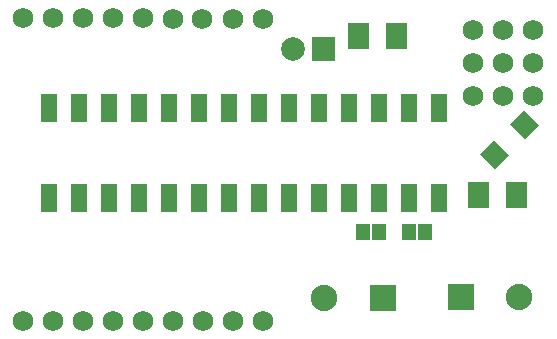
<source format=gts>
G04 Layer: TopSolderMaskLayer*
G04 EasyEDA v6.4.3, 2020-09-28T11:24:18+02:00*
G04 db6a862be2b4476fa8aa916105e7e4dd,b5629027151c44a780a78c7d9cec2130,10*
G04 Gerber Generator version 0.2*
G04 Scale: 100 percent, Rotated: No, Reflected: No *
G04 Dimensions in inches *
G04 leading zeros omitted , absolute positions ,2 integer and 4 decimal *
%FSLAX24Y24*%
%MOIN*%
G90*
G70D02*

%ADD25R,0.055700X0.093900*%
%ADD26C,0.068000*%
%ADD27R,0.088000X0.088000*%
%ADD28C,0.088000*%
%ADD31C,0.078866*%

%LPD*%
G36*
G01X16711Y6009D02*
G01X16210Y6511D01*
G01X16684Y6986D01*
G01X17185Y6484D01*
G01X16711Y6009D01*
G37*
G36*
G01X17715Y7013D02*
G01X17214Y7515D01*
G01X17688Y7990D01*
G01X18189Y7488D01*
G01X17715Y7013D01*
G37*
G54D25*
G01X1850Y5049D03*
G01X2850Y5049D03*
G01X3850Y5049D03*
G01X4850Y5049D03*
G01X5850Y5049D03*
G01X6850Y5049D03*
G01X7850Y5049D03*
G01X8850Y5049D03*
G01X9850Y5049D03*
G01X10850Y5049D03*
G01X11850Y5049D03*
G01X12850Y5049D03*
G01X13850Y5049D03*
G01X14850Y5049D03*
G01X14850Y8049D03*
G01X13850Y8049D03*
G01X12850Y8049D03*
G01X11850Y8049D03*
G01X10850Y8049D03*
G01X9850Y8049D03*
G01X8850Y8049D03*
G01X7850Y8049D03*
G01X6850Y8049D03*
G01X5850Y8049D03*
G01X4850Y8049D03*
G01X3850Y8049D03*
G01X2850Y8049D03*
G01X1850Y8049D03*
G54D26*
G01X1000Y950D03*
G01X2000Y950D03*
G01X3000Y950D03*
G01X4000Y950D03*
G01X5000Y950D03*
G01X6000Y950D03*
G01X7000Y950D03*
G01X8000Y950D03*
G36*
G01X12539Y1259D02*
G01X12539Y2140D01*
G01X13419Y2140D01*
G01X13419Y1259D01*
G01X12539Y1259D01*
G37*
G54D28*
G01X11019Y1700D03*
G54D27*
G01X15569Y1750D03*
G54D28*
G01X17530Y1750D03*
G36*
G01X11814Y10015D02*
G01X11814Y10884D01*
G01X12525Y10884D01*
G01X12525Y10015D01*
G01X11814Y10015D01*
G37*
G36*
G01X13075Y10015D02*
G01X13075Y10884D01*
G01X13785Y10884D01*
G01X13785Y10015D01*
G01X13075Y10015D01*
G37*
G54D26*
G01X8000Y11000D03*
G01X6950Y11000D03*
G01X6000Y11000D03*
G01X5000Y11050D03*
G01X4000Y11050D03*
G01X3000Y11050D03*
G01X2000Y11050D03*
G01X1000Y11050D03*
G01X9000Y950D03*
G01X9000Y11000D03*
G36*
G01X10606Y9605D02*
G01X10606Y10394D01*
G01X11393Y10394D01*
G01X11393Y9605D01*
G01X10606Y9605D01*
G37*
G54D31*
G01X10000Y10000D03*
G54D26*
G01X16000Y8450D03*
G01X17000Y8450D03*
G01X18000Y8450D03*
G01X16000Y9550D03*
G01X17000Y9550D03*
G01X18000Y9550D03*
G01X16000Y10650D03*
G01X17000Y10650D03*
G01X18000Y10650D03*
G36*
G01X15814Y4715D02*
G01X15814Y5584D01*
G01X16525Y5584D01*
G01X16525Y4715D01*
G01X15814Y4715D01*
G37*
G36*
G01X17075Y4715D02*
G01X17075Y5584D01*
G01X17785Y5584D01*
G01X17785Y4715D01*
G01X17075Y4715D01*
G37*
G36*
G01X13602Y3642D02*
G01X13602Y4157D01*
G01X14076Y4157D01*
G01X14076Y3642D01*
G01X13602Y3642D01*
G37*
G36*
G01X14153Y3642D02*
G01X14153Y4157D01*
G01X14627Y4157D01*
G01X14627Y3642D01*
G01X14153Y3642D01*
G37*
G36*
G01X12623Y3642D02*
G01X12623Y4157D01*
G01X13097Y4157D01*
G01X13097Y3642D01*
G01X12623Y3642D01*
G37*
G36*
G01X12072Y3642D02*
G01X12072Y4157D01*
G01X12546Y4157D01*
G01X12546Y3642D01*
G01X12072Y3642D01*
G37*
M00*
M02*

</source>
